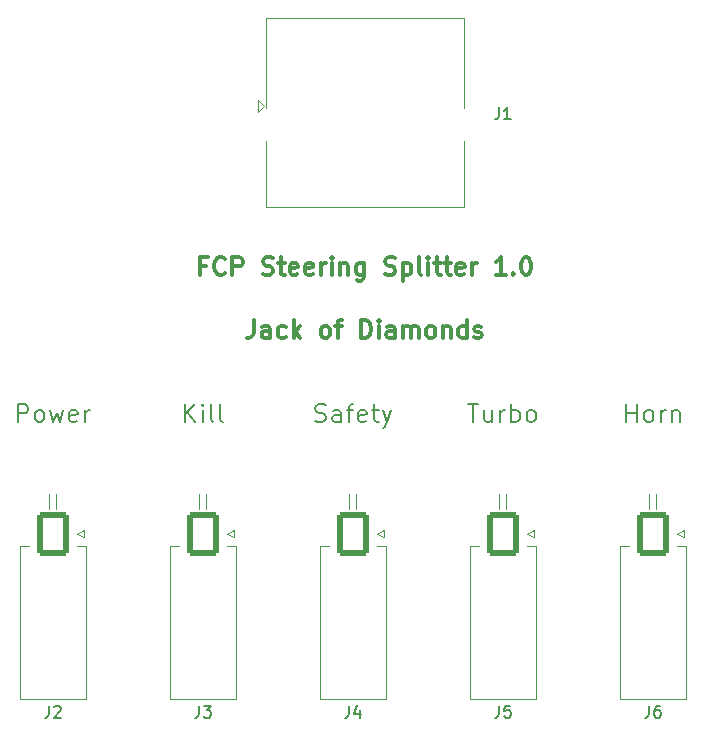
<source format=gto>
%TF.GenerationSoftware,KiCad,Pcbnew,(6.0.8)*%
%TF.CreationDate,2023-04-02T10:00:46-07:00*%
%TF.ProjectId,FCP_steering_splitter,4643505f-7374-4656-9572-696e675f7370,rev?*%
%TF.SameCoordinates,Original*%
%TF.FileFunction,Legend,Top*%
%TF.FilePolarity,Positive*%
%FSLAX46Y46*%
G04 Gerber Fmt 4.6, Leading zero omitted, Abs format (unit mm)*
G04 Created by KiCad (PCBNEW (6.0.8)) date 2023-04-02 10:00:46*
%MOMM*%
%LPD*%
G01*
G04 APERTURE LIST*
G04 Aperture macros list*
%AMRoundRect*
0 Rectangle with rounded corners*
0 $1 Rounding radius*
0 $2 $3 $4 $5 $6 $7 $8 $9 X,Y pos of 4 corners*
0 Add a 4 corners polygon primitive as box body*
4,1,4,$2,$3,$4,$5,$6,$7,$8,$9,$2,$3,0*
0 Add four circle primitives for the rounded corners*
1,1,$1+$1,$2,$3*
1,1,$1+$1,$4,$5*
1,1,$1+$1,$6,$7*
1,1,$1+$1,$8,$9*
0 Add four rect primitives between the rounded corners*
20,1,$1+$1,$2,$3,$4,$5,0*
20,1,$1+$1,$4,$5,$6,$7,0*
20,1,$1+$1,$6,$7,$8,$9,0*
20,1,$1+$1,$8,$9,$2,$3,0*%
G04 Aperture macros list end*
%ADD10C,0.200000*%
%ADD11C,0.300000*%
%ADD12C,0.150000*%
%ADD13C,0.120000*%
%ADD14C,3.000000*%
%ADD15RoundRect,0.250001X1.099999X1.599999X-1.099999X1.599999X-1.099999X-1.599999X1.099999X-1.599999X0*%
%ADD16O,2.700000X3.700000*%
%ADD17C,3.250000*%
%ADD18R,1.500000X1.500000*%
%ADD19C,1.500000*%
%ADD20C,2.300000*%
G04 APERTURE END LIST*
D10*
X121495714Y-66718571D02*
X121495714Y-65218571D01*
X122067142Y-65218571D01*
X122210000Y-65290000D01*
X122281428Y-65361428D01*
X122352857Y-65504285D01*
X122352857Y-65718571D01*
X122281428Y-65861428D01*
X122210000Y-65932857D01*
X122067142Y-66004285D01*
X121495714Y-66004285D01*
X123210000Y-66718571D02*
X123067142Y-66647142D01*
X122995714Y-66575714D01*
X122924285Y-66432857D01*
X122924285Y-66004285D01*
X122995714Y-65861428D01*
X123067142Y-65790000D01*
X123210000Y-65718571D01*
X123424285Y-65718571D01*
X123567142Y-65790000D01*
X123638571Y-65861428D01*
X123710000Y-66004285D01*
X123710000Y-66432857D01*
X123638571Y-66575714D01*
X123567142Y-66647142D01*
X123424285Y-66718571D01*
X123210000Y-66718571D01*
X124210000Y-65718571D02*
X124495714Y-66718571D01*
X124781428Y-66004285D01*
X125067142Y-66718571D01*
X125352857Y-65718571D01*
X126495714Y-66647142D02*
X126352857Y-66718571D01*
X126067142Y-66718571D01*
X125924285Y-66647142D01*
X125852857Y-66504285D01*
X125852857Y-65932857D01*
X125924285Y-65790000D01*
X126067142Y-65718571D01*
X126352857Y-65718571D01*
X126495714Y-65790000D01*
X126567142Y-65932857D01*
X126567142Y-66075714D01*
X125852857Y-66218571D01*
X127210000Y-66718571D02*
X127210000Y-65718571D01*
X127210000Y-66004285D02*
X127281428Y-65861428D01*
X127352857Y-65790000D01*
X127495714Y-65718571D01*
X127638571Y-65718571D01*
X173010000Y-66718571D02*
X173010000Y-65218571D01*
X173010000Y-65932857D02*
X173867142Y-65932857D01*
X173867142Y-66718571D02*
X173867142Y-65218571D01*
X174795714Y-66718571D02*
X174652857Y-66647142D01*
X174581428Y-66575714D01*
X174510000Y-66432857D01*
X174510000Y-66004285D01*
X174581428Y-65861428D01*
X174652857Y-65790000D01*
X174795714Y-65718571D01*
X175010000Y-65718571D01*
X175152857Y-65790000D01*
X175224285Y-65861428D01*
X175295714Y-66004285D01*
X175295714Y-66432857D01*
X175224285Y-66575714D01*
X175152857Y-66647142D01*
X175010000Y-66718571D01*
X174795714Y-66718571D01*
X175938571Y-66718571D02*
X175938571Y-65718571D01*
X175938571Y-66004285D02*
X176010000Y-65861428D01*
X176081428Y-65790000D01*
X176224285Y-65718571D01*
X176367142Y-65718571D01*
X176867142Y-65718571D02*
X176867142Y-66718571D01*
X176867142Y-65861428D02*
X176938571Y-65790000D01*
X177081428Y-65718571D01*
X177295714Y-65718571D01*
X177438571Y-65790000D01*
X177510000Y-65932857D01*
X177510000Y-66718571D01*
X159631428Y-65218571D02*
X160488571Y-65218571D01*
X160060000Y-66718571D02*
X160060000Y-65218571D01*
X161631428Y-65718571D02*
X161631428Y-66718571D01*
X160988571Y-65718571D02*
X160988571Y-66504285D01*
X161060000Y-66647142D01*
X161202857Y-66718571D01*
X161417142Y-66718571D01*
X161560000Y-66647142D01*
X161631428Y-66575714D01*
X162345714Y-66718571D02*
X162345714Y-65718571D01*
X162345714Y-66004285D02*
X162417142Y-65861428D01*
X162488571Y-65790000D01*
X162631428Y-65718571D01*
X162774285Y-65718571D01*
X163274285Y-66718571D02*
X163274285Y-65218571D01*
X163274285Y-65790000D02*
X163417142Y-65718571D01*
X163702857Y-65718571D01*
X163845714Y-65790000D01*
X163917142Y-65861428D01*
X163988571Y-66004285D01*
X163988571Y-66432857D01*
X163917142Y-66575714D01*
X163845714Y-66647142D01*
X163702857Y-66718571D01*
X163417142Y-66718571D01*
X163274285Y-66647142D01*
X164845714Y-66718571D02*
X164702857Y-66647142D01*
X164631428Y-66575714D01*
X164560000Y-66432857D01*
X164560000Y-66004285D01*
X164631428Y-65861428D01*
X164702857Y-65790000D01*
X164845714Y-65718571D01*
X165060000Y-65718571D01*
X165202857Y-65790000D01*
X165274285Y-65861428D01*
X165345714Y-66004285D01*
X165345714Y-66432857D01*
X165274285Y-66575714D01*
X165202857Y-66647142D01*
X165060000Y-66718571D01*
X164845714Y-66718571D01*
X146681428Y-66647142D02*
X146895714Y-66718571D01*
X147252857Y-66718571D01*
X147395714Y-66647142D01*
X147467142Y-66575714D01*
X147538571Y-66432857D01*
X147538571Y-66290000D01*
X147467142Y-66147142D01*
X147395714Y-66075714D01*
X147252857Y-66004285D01*
X146967142Y-65932857D01*
X146824285Y-65861428D01*
X146752857Y-65790000D01*
X146681428Y-65647142D01*
X146681428Y-65504285D01*
X146752857Y-65361428D01*
X146824285Y-65290000D01*
X146967142Y-65218571D01*
X147324285Y-65218571D01*
X147538571Y-65290000D01*
X148824285Y-66718571D02*
X148824285Y-65932857D01*
X148752857Y-65790000D01*
X148610000Y-65718571D01*
X148324285Y-65718571D01*
X148181428Y-65790000D01*
X148824285Y-66647142D02*
X148681428Y-66718571D01*
X148324285Y-66718571D01*
X148181428Y-66647142D01*
X148110000Y-66504285D01*
X148110000Y-66361428D01*
X148181428Y-66218571D01*
X148324285Y-66147142D01*
X148681428Y-66147142D01*
X148824285Y-66075714D01*
X149324285Y-65718571D02*
X149895714Y-65718571D01*
X149538571Y-66718571D02*
X149538571Y-65432857D01*
X149610000Y-65290000D01*
X149752857Y-65218571D01*
X149895714Y-65218571D01*
X150967142Y-66647142D02*
X150824285Y-66718571D01*
X150538571Y-66718571D01*
X150395714Y-66647142D01*
X150324285Y-66504285D01*
X150324285Y-65932857D01*
X150395714Y-65790000D01*
X150538571Y-65718571D01*
X150824285Y-65718571D01*
X150967142Y-65790000D01*
X151038571Y-65932857D01*
X151038571Y-66075714D01*
X150324285Y-66218571D01*
X151467142Y-65718571D02*
X152038571Y-65718571D01*
X151681428Y-65218571D02*
X151681428Y-66504285D01*
X151752857Y-66647142D01*
X151895714Y-66718571D01*
X152038571Y-66718571D01*
X152395714Y-65718571D02*
X152752857Y-66718571D01*
X153110000Y-65718571D02*
X152752857Y-66718571D01*
X152610000Y-67075714D01*
X152538571Y-67147142D01*
X152395714Y-67218571D01*
X135624285Y-66718571D02*
X135624285Y-65218571D01*
X136481428Y-66718571D02*
X135838571Y-65861428D01*
X136481428Y-65218571D02*
X135624285Y-66075714D01*
X137124285Y-66718571D02*
X137124285Y-65718571D01*
X137124285Y-65218571D02*
X137052857Y-65290000D01*
X137124285Y-65361428D01*
X137195714Y-65290000D01*
X137124285Y-65218571D01*
X137124285Y-65361428D01*
X138052857Y-66718571D02*
X137910000Y-66647142D01*
X137838571Y-66504285D01*
X137838571Y-65218571D01*
X138838571Y-66718571D02*
X138695714Y-66647142D01*
X138624285Y-66504285D01*
X138624285Y-65218571D01*
D11*
X137376000Y-53486857D02*
X136876000Y-53486857D01*
X136876000Y-54272571D02*
X136876000Y-52772571D01*
X137590285Y-52772571D01*
X139018857Y-54129714D02*
X138947428Y-54201142D01*
X138733142Y-54272571D01*
X138590285Y-54272571D01*
X138376000Y-54201142D01*
X138233142Y-54058285D01*
X138161714Y-53915428D01*
X138090285Y-53629714D01*
X138090285Y-53415428D01*
X138161714Y-53129714D01*
X138233142Y-52986857D01*
X138376000Y-52844000D01*
X138590285Y-52772571D01*
X138733142Y-52772571D01*
X138947428Y-52844000D01*
X139018857Y-52915428D01*
X139661714Y-54272571D02*
X139661714Y-52772571D01*
X140233142Y-52772571D01*
X140376000Y-52844000D01*
X140447428Y-52915428D01*
X140518857Y-53058285D01*
X140518857Y-53272571D01*
X140447428Y-53415428D01*
X140376000Y-53486857D01*
X140233142Y-53558285D01*
X139661714Y-53558285D01*
X142233142Y-54201142D02*
X142447428Y-54272571D01*
X142804571Y-54272571D01*
X142947428Y-54201142D01*
X143018857Y-54129714D01*
X143090285Y-53986857D01*
X143090285Y-53844000D01*
X143018857Y-53701142D01*
X142947428Y-53629714D01*
X142804571Y-53558285D01*
X142518857Y-53486857D01*
X142376000Y-53415428D01*
X142304571Y-53344000D01*
X142233142Y-53201142D01*
X142233142Y-53058285D01*
X142304571Y-52915428D01*
X142376000Y-52844000D01*
X142518857Y-52772571D01*
X142876000Y-52772571D01*
X143090285Y-52844000D01*
X143518857Y-53272571D02*
X144090285Y-53272571D01*
X143733142Y-52772571D02*
X143733142Y-54058285D01*
X143804571Y-54201142D01*
X143947428Y-54272571D01*
X144090285Y-54272571D01*
X145161714Y-54201142D02*
X145018857Y-54272571D01*
X144733142Y-54272571D01*
X144590285Y-54201142D01*
X144518857Y-54058285D01*
X144518857Y-53486857D01*
X144590285Y-53344000D01*
X144733142Y-53272571D01*
X145018857Y-53272571D01*
X145161714Y-53344000D01*
X145233142Y-53486857D01*
X145233142Y-53629714D01*
X144518857Y-53772571D01*
X146447428Y-54201142D02*
X146304571Y-54272571D01*
X146018857Y-54272571D01*
X145876000Y-54201142D01*
X145804571Y-54058285D01*
X145804571Y-53486857D01*
X145876000Y-53344000D01*
X146018857Y-53272571D01*
X146304571Y-53272571D01*
X146447428Y-53344000D01*
X146518857Y-53486857D01*
X146518857Y-53629714D01*
X145804571Y-53772571D01*
X147161714Y-54272571D02*
X147161714Y-53272571D01*
X147161714Y-53558285D02*
X147233142Y-53415428D01*
X147304571Y-53344000D01*
X147447428Y-53272571D01*
X147590285Y-53272571D01*
X148090285Y-54272571D02*
X148090285Y-53272571D01*
X148090285Y-52772571D02*
X148018857Y-52844000D01*
X148090285Y-52915428D01*
X148161714Y-52844000D01*
X148090285Y-52772571D01*
X148090285Y-52915428D01*
X148804571Y-53272571D02*
X148804571Y-54272571D01*
X148804571Y-53415428D02*
X148876000Y-53344000D01*
X149018857Y-53272571D01*
X149233142Y-53272571D01*
X149376000Y-53344000D01*
X149447428Y-53486857D01*
X149447428Y-54272571D01*
X150804571Y-53272571D02*
X150804571Y-54486857D01*
X150733142Y-54629714D01*
X150661714Y-54701142D01*
X150518857Y-54772571D01*
X150304571Y-54772571D01*
X150161714Y-54701142D01*
X150804571Y-54201142D02*
X150661714Y-54272571D01*
X150376000Y-54272571D01*
X150233142Y-54201142D01*
X150161714Y-54129714D01*
X150090285Y-53986857D01*
X150090285Y-53558285D01*
X150161714Y-53415428D01*
X150233142Y-53344000D01*
X150376000Y-53272571D01*
X150661714Y-53272571D01*
X150804571Y-53344000D01*
X152590285Y-54201142D02*
X152804571Y-54272571D01*
X153161714Y-54272571D01*
X153304571Y-54201142D01*
X153376000Y-54129714D01*
X153447428Y-53986857D01*
X153447428Y-53844000D01*
X153376000Y-53701142D01*
X153304571Y-53629714D01*
X153161714Y-53558285D01*
X152876000Y-53486857D01*
X152733142Y-53415428D01*
X152661714Y-53344000D01*
X152590285Y-53201142D01*
X152590285Y-53058285D01*
X152661714Y-52915428D01*
X152733142Y-52844000D01*
X152876000Y-52772571D01*
X153233142Y-52772571D01*
X153447428Y-52844000D01*
X154090285Y-53272571D02*
X154090285Y-54772571D01*
X154090285Y-53344000D02*
X154233142Y-53272571D01*
X154518857Y-53272571D01*
X154661714Y-53344000D01*
X154733142Y-53415428D01*
X154804571Y-53558285D01*
X154804571Y-53986857D01*
X154733142Y-54129714D01*
X154661714Y-54201142D01*
X154518857Y-54272571D01*
X154233142Y-54272571D01*
X154090285Y-54201142D01*
X155661714Y-54272571D02*
X155518857Y-54201142D01*
X155447428Y-54058285D01*
X155447428Y-52772571D01*
X156233142Y-54272571D02*
X156233142Y-53272571D01*
X156233142Y-52772571D02*
X156161714Y-52844000D01*
X156233142Y-52915428D01*
X156304571Y-52844000D01*
X156233142Y-52772571D01*
X156233142Y-52915428D01*
X156733142Y-53272571D02*
X157304571Y-53272571D01*
X156947428Y-52772571D02*
X156947428Y-54058285D01*
X157018857Y-54201142D01*
X157161714Y-54272571D01*
X157304571Y-54272571D01*
X157590285Y-53272571D02*
X158161714Y-53272571D01*
X157804571Y-52772571D02*
X157804571Y-54058285D01*
X157876000Y-54201142D01*
X158018857Y-54272571D01*
X158161714Y-54272571D01*
X159233142Y-54201142D02*
X159090285Y-54272571D01*
X158804571Y-54272571D01*
X158661714Y-54201142D01*
X158590285Y-54058285D01*
X158590285Y-53486857D01*
X158661714Y-53344000D01*
X158804571Y-53272571D01*
X159090285Y-53272571D01*
X159233142Y-53344000D01*
X159304571Y-53486857D01*
X159304571Y-53629714D01*
X158590285Y-53772571D01*
X159947428Y-54272571D02*
X159947428Y-53272571D01*
X159947428Y-53558285D02*
X160018857Y-53415428D01*
X160090285Y-53344000D01*
X160233142Y-53272571D01*
X160376000Y-53272571D01*
X162804571Y-54272571D02*
X161947428Y-54272571D01*
X162376000Y-54272571D02*
X162376000Y-52772571D01*
X162233142Y-52986857D01*
X162090285Y-53129714D01*
X161947428Y-53201142D01*
X163447428Y-54129714D02*
X163518857Y-54201142D01*
X163447428Y-54272571D01*
X163376000Y-54201142D01*
X163447428Y-54129714D01*
X163447428Y-54272571D01*
X164447428Y-52772571D02*
X164590285Y-52772571D01*
X164733142Y-52844000D01*
X164804571Y-52915428D01*
X164876000Y-53058285D01*
X164947428Y-53344000D01*
X164947428Y-53701142D01*
X164876000Y-53986857D01*
X164804571Y-54129714D01*
X164733142Y-54201142D01*
X164590285Y-54272571D01*
X164447428Y-54272571D01*
X164304571Y-54201142D01*
X164233142Y-54129714D01*
X164161714Y-53986857D01*
X164090285Y-53701142D01*
X164090285Y-53344000D01*
X164161714Y-53058285D01*
X164233142Y-52915428D01*
X164304571Y-52844000D01*
X164447428Y-52772571D01*
X141483142Y-58106571D02*
X141483142Y-59178000D01*
X141411714Y-59392285D01*
X141268857Y-59535142D01*
X141054571Y-59606571D01*
X140911714Y-59606571D01*
X142840285Y-59606571D02*
X142840285Y-58820857D01*
X142768857Y-58678000D01*
X142626000Y-58606571D01*
X142340285Y-58606571D01*
X142197428Y-58678000D01*
X142840285Y-59535142D02*
X142697428Y-59606571D01*
X142340285Y-59606571D01*
X142197428Y-59535142D01*
X142126000Y-59392285D01*
X142126000Y-59249428D01*
X142197428Y-59106571D01*
X142340285Y-59035142D01*
X142697428Y-59035142D01*
X142840285Y-58963714D01*
X144197428Y-59535142D02*
X144054571Y-59606571D01*
X143768857Y-59606571D01*
X143626000Y-59535142D01*
X143554571Y-59463714D01*
X143483142Y-59320857D01*
X143483142Y-58892285D01*
X143554571Y-58749428D01*
X143626000Y-58678000D01*
X143768857Y-58606571D01*
X144054571Y-58606571D01*
X144197428Y-58678000D01*
X144840285Y-59606571D02*
X144840285Y-58106571D01*
X144983142Y-59035142D02*
X145411714Y-59606571D01*
X145411714Y-58606571D02*
X144840285Y-59178000D01*
X147411714Y-59606571D02*
X147268857Y-59535142D01*
X147197428Y-59463714D01*
X147126000Y-59320857D01*
X147126000Y-58892285D01*
X147197428Y-58749428D01*
X147268857Y-58678000D01*
X147411714Y-58606571D01*
X147626000Y-58606571D01*
X147768857Y-58678000D01*
X147840285Y-58749428D01*
X147911714Y-58892285D01*
X147911714Y-59320857D01*
X147840285Y-59463714D01*
X147768857Y-59535142D01*
X147626000Y-59606571D01*
X147411714Y-59606571D01*
X148340285Y-58606571D02*
X148911714Y-58606571D01*
X148554571Y-59606571D02*
X148554571Y-58320857D01*
X148626000Y-58178000D01*
X148768857Y-58106571D01*
X148911714Y-58106571D01*
X150554571Y-59606571D02*
X150554571Y-58106571D01*
X150911714Y-58106571D01*
X151126000Y-58178000D01*
X151268857Y-58320857D01*
X151340285Y-58463714D01*
X151411714Y-58749428D01*
X151411714Y-58963714D01*
X151340285Y-59249428D01*
X151268857Y-59392285D01*
X151126000Y-59535142D01*
X150911714Y-59606571D01*
X150554571Y-59606571D01*
X152054571Y-59606571D02*
X152054571Y-58606571D01*
X152054571Y-58106571D02*
X151983142Y-58178000D01*
X152054571Y-58249428D01*
X152126000Y-58178000D01*
X152054571Y-58106571D01*
X152054571Y-58249428D01*
X153411714Y-59606571D02*
X153411714Y-58820857D01*
X153340285Y-58678000D01*
X153197428Y-58606571D01*
X152911714Y-58606571D01*
X152768857Y-58678000D01*
X153411714Y-59535142D02*
X153268857Y-59606571D01*
X152911714Y-59606571D01*
X152768857Y-59535142D01*
X152697428Y-59392285D01*
X152697428Y-59249428D01*
X152768857Y-59106571D01*
X152911714Y-59035142D01*
X153268857Y-59035142D01*
X153411714Y-58963714D01*
X154126000Y-59606571D02*
X154126000Y-58606571D01*
X154126000Y-58749428D02*
X154197428Y-58678000D01*
X154340285Y-58606571D01*
X154554571Y-58606571D01*
X154697428Y-58678000D01*
X154768857Y-58820857D01*
X154768857Y-59606571D01*
X154768857Y-58820857D02*
X154840285Y-58678000D01*
X154983142Y-58606571D01*
X155197428Y-58606571D01*
X155340285Y-58678000D01*
X155411714Y-58820857D01*
X155411714Y-59606571D01*
X156340285Y-59606571D02*
X156197428Y-59535142D01*
X156126000Y-59463714D01*
X156054571Y-59320857D01*
X156054571Y-58892285D01*
X156126000Y-58749428D01*
X156197428Y-58678000D01*
X156340285Y-58606571D01*
X156554571Y-58606571D01*
X156697428Y-58678000D01*
X156768857Y-58749428D01*
X156840285Y-58892285D01*
X156840285Y-59320857D01*
X156768857Y-59463714D01*
X156697428Y-59535142D01*
X156554571Y-59606571D01*
X156340285Y-59606571D01*
X157483142Y-58606571D02*
X157483142Y-59606571D01*
X157483142Y-58749428D02*
X157554571Y-58678000D01*
X157697428Y-58606571D01*
X157911714Y-58606571D01*
X158054571Y-58678000D01*
X158126000Y-58820857D01*
X158126000Y-59606571D01*
X159483142Y-59606571D02*
X159483142Y-58106571D01*
X159483142Y-59535142D02*
X159340285Y-59606571D01*
X159054571Y-59606571D01*
X158911714Y-59535142D01*
X158840285Y-59463714D01*
X158768857Y-59320857D01*
X158768857Y-58892285D01*
X158840285Y-58749428D01*
X158911714Y-58678000D01*
X159054571Y-58606571D01*
X159340285Y-58606571D01*
X159483142Y-58678000D01*
X160126000Y-59535142D02*
X160268857Y-59606571D01*
X160554571Y-59606571D01*
X160697428Y-59535142D01*
X160768857Y-59392285D01*
X160768857Y-59320857D01*
X160697428Y-59178000D01*
X160554571Y-59106571D01*
X160340285Y-59106571D01*
X160197428Y-59035142D01*
X160126000Y-58892285D01*
X160126000Y-58820857D01*
X160197428Y-58678000D01*
X160340285Y-58606571D01*
X160554571Y-58606571D01*
X160697428Y-58678000D01*
D12*
%TO.C,J5*%
X162226666Y-90752380D02*
X162226666Y-91466666D01*
X162179047Y-91609523D01*
X162083809Y-91704761D01*
X161940952Y-91752380D01*
X161845714Y-91752380D01*
X163179047Y-90752380D02*
X162702857Y-90752380D01*
X162655238Y-91228571D01*
X162702857Y-91180952D01*
X162798095Y-91133333D01*
X163036190Y-91133333D01*
X163131428Y-91180952D01*
X163179047Y-91228571D01*
X163226666Y-91323809D01*
X163226666Y-91561904D01*
X163179047Y-91657142D01*
X163131428Y-91704761D01*
X163036190Y-91752380D01*
X162798095Y-91752380D01*
X162702857Y-91704761D01*
X162655238Y-91657142D01*
%TO.C,J2*%
X124126666Y-90752380D02*
X124126666Y-91466666D01*
X124079047Y-91609523D01*
X123983809Y-91704761D01*
X123840952Y-91752380D01*
X123745714Y-91752380D01*
X124555238Y-90847619D02*
X124602857Y-90800000D01*
X124698095Y-90752380D01*
X124936190Y-90752380D01*
X125031428Y-90800000D01*
X125079047Y-90847619D01*
X125126666Y-90942857D01*
X125126666Y-91038095D01*
X125079047Y-91180952D01*
X124507619Y-91752380D01*
X125126666Y-91752380D01*
%TO.C,J1*%
X162226666Y-40092380D02*
X162226666Y-40806666D01*
X162179047Y-40949523D01*
X162083809Y-41044761D01*
X161940952Y-41092380D01*
X161845714Y-41092380D01*
X163226666Y-41092380D02*
X162655238Y-41092380D01*
X162940952Y-41092380D02*
X162940952Y-40092380D01*
X162845714Y-40235238D01*
X162750476Y-40330476D01*
X162655238Y-40378095D01*
%TO.C,J3*%
X136826666Y-90752380D02*
X136826666Y-91466666D01*
X136779047Y-91609523D01*
X136683809Y-91704761D01*
X136540952Y-91752380D01*
X136445714Y-91752380D01*
X137207619Y-90752380D02*
X137826666Y-90752380D01*
X137493333Y-91133333D01*
X137636190Y-91133333D01*
X137731428Y-91180952D01*
X137779047Y-91228571D01*
X137826666Y-91323809D01*
X137826666Y-91561904D01*
X137779047Y-91657142D01*
X137731428Y-91704761D01*
X137636190Y-91752380D01*
X137350476Y-91752380D01*
X137255238Y-91704761D01*
X137207619Y-91657142D01*
%TO.C,J6*%
X174926666Y-90752380D02*
X174926666Y-91466666D01*
X174879047Y-91609523D01*
X174783809Y-91704761D01*
X174640952Y-91752380D01*
X174545714Y-91752380D01*
X175831428Y-90752380D02*
X175640952Y-90752380D01*
X175545714Y-90800000D01*
X175498095Y-90847619D01*
X175402857Y-90990476D01*
X175355238Y-91180952D01*
X175355238Y-91561904D01*
X175402857Y-91657142D01*
X175450476Y-91704761D01*
X175545714Y-91752380D01*
X175736190Y-91752380D01*
X175831428Y-91704761D01*
X175879047Y-91657142D01*
X175926666Y-91561904D01*
X175926666Y-91323809D01*
X175879047Y-91228571D01*
X175831428Y-91180952D01*
X175736190Y-91133333D01*
X175545714Y-91133333D01*
X175450476Y-91180952D01*
X175402857Y-91228571D01*
X175355238Y-91323809D01*
%TO.C,J4*%
X149526666Y-90752380D02*
X149526666Y-91466666D01*
X149479047Y-91609523D01*
X149383809Y-91704761D01*
X149240952Y-91752380D01*
X149145714Y-91752380D01*
X150431428Y-91085714D02*
X150431428Y-91752380D01*
X150193333Y-90704761D02*
X149955238Y-91419047D01*
X150574285Y-91419047D01*
D13*
%TO.C,J5*%
X160560000Y-77190000D02*
X159750000Y-77190000D01*
X165370000Y-77190000D02*
X165370000Y-90210000D01*
X159750000Y-90210000D02*
X162560000Y-90210000D01*
X165370000Y-90210000D02*
X162560000Y-90210000D01*
X165160000Y-75900000D02*
X165160000Y-76500000D01*
X159750000Y-77190000D02*
X159750000Y-90210000D01*
X162860000Y-74090000D02*
X162860000Y-72810000D01*
X164560000Y-77190000D02*
X165370000Y-77190000D01*
X162260000Y-74090000D02*
X162260000Y-72810000D01*
X164560000Y-76200000D02*
X165160000Y-75900000D01*
X165160000Y-76500000D02*
X164560000Y-76200000D01*
%TO.C,J2*%
X124760000Y-74090000D02*
X124760000Y-72810000D01*
X121650000Y-77190000D02*
X121650000Y-90210000D01*
X126460000Y-77190000D02*
X127270000Y-77190000D01*
X122460000Y-77190000D02*
X121650000Y-77190000D01*
X127060000Y-75900000D02*
X127060000Y-76500000D01*
X121650000Y-90210000D02*
X124460000Y-90210000D01*
X127270000Y-77190000D02*
X127270000Y-90210000D01*
X127270000Y-90210000D02*
X124460000Y-90210000D01*
X126460000Y-76200000D02*
X127060000Y-75900000D01*
X124160000Y-74090000D02*
X124160000Y-72810000D01*
X127060000Y-76500000D02*
X126460000Y-76200000D01*
%TO.C,J1*%
X159245000Y-48500000D02*
X159245000Y-42940000D01*
X141820000Y-39440000D02*
X142320000Y-39940000D01*
X142560000Y-32530000D02*
X159200000Y-32530000D01*
X142320000Y-39940000D02*
X141820000Y-40440000D01*
X142515000Y-32530000D02*
X142515000Y-40140000D01*
X142515000Y-48500000D02*
X142515000Y-42940000D01*
X159245000Y-32530000D02*
X159245000Y-40140000D01*
X141820000Y-40440000D02*
X141820000Y-39440000D01*
X142560000Y-48500000D02*
X159245000Y-48500000D01*
%TO.C,J3*%
X137460000Y-74090000D02*
X137460000Y-72810000D01*
X139160000Y-77190000D02*
X139970000Y-77190000D01*
X139760000Y-75900000D02*
X139760000Y-76500000D01*
X139760000Y-76500000D02*
X139160000Y-76200000D01*
X134350000Y-90210000D02*
X137160000Y-90210000D01*
X139160000Y-76200000D02*
X139760000Y-75900000D01*
X134350000Y-77190000D02*
X134350000Y-90210000D01*
X139970000Y-77190000D02*
X139970000Y-90210000D01*
X139970000Y-90210000D02*
X137160000Y-90210000D01*
X135160000Y-77190000D02*
X134350000Y-77190000D01*
X136860000Y-74090000D02*
X136860000Y-72810000D01*
%TO.C,J6*%
X178070000Y-77190000D02*
X178070000Y-90210000D01*
X177860000Y-75900000D02*
X177860000Y-76500000D01*
X177260000Y-77190000D02*
X178070000Y-77190000D01*
X178070000Y-90210000D02*
X175260000Y-90210000D01*
X172450000Y-77190000D02*
X172450000Y-90210000D01*
X173260000Y-77190000D02*
X172450000Y-77190000D01*
X177260000Y-76200000D02*
X177860000Y-75900000D01*
X172450000Y-90210000D02*
X175260000Y-90210000D01*
X175560000Y-74090000D02*
X175560000Y-72810000D01*
X174960000Y-74090000D02*
X174960000Y-72810000D01*
X177860000Y-76500000D02*
X177260000Y-76200000D01*
%TO.C,J4*%
X152670000Y-90210000D02*
X149860000Y-90210000D01*
X152460000Y-76500000D02*
X151860000Y-76200000D01*
X151860000Y-77190000D02*
X152670000Y-77190000D01*
X147860000Y-77190000D02*
X147050000Y-77190000D01*
X152460000Y-75900000D02*
X152460000Y-76500000D01*
X149560000Y-74090000D02*
X149560000Y-72810000D01*
X150160000Y-74090000D02*
X150160000Y-72810000D01*
X147050000Y-90210000D02*
X149860000Y-90210000D01*
X152670000Y-77190000D02*
X152670000Y-90210000D01*
X151860000Y-76200000D02*
X152460000Y-75900000D01*
X147050000Y-77190000D02*
X147050000Y-90210000D01*
%TD*%
%LPC*%
D14*
%TO.C,J5*%
X162560000Y-83500000D03*
D15*
X162560000Y-76200000D03*
D16*
X162560000Y-70700000D03*
%TD*%
D14*
%TO.C,J2*%
X124460000Y-83500000D03*
D15*
X124460000Y-76200000D03*
D16*
X124460000Y-70700000D03*
%TD*%
D17*
%TO.C,J1*%
X157230000Y-38100000D03*
X144530000Y-38100000D03*
D18*
X147320000Y-40640000D03*
D19*
X148336000Y-42420000D03*
X149352000Y-40640000D03*
X150368000Y-42420000D03*
X151384000Y-40640000D03*
X152400000Y-42420000D03*
X153416000Y-40640000D03*
X154432000Y-42420000D03*
D20*
X142750000Y-41530000D03*
X159010000Y-41530000D03*
%TD*%
D14*
%TO.C,J3*%
X137160000Y-83500000D03*
D15*
X137160000Y-76200000D03*
D16*
X137160000Y-70700000D03*
%TD*%
D14*
%TO.C,J6*%
X175260000Y-83500000D03*
D15*
X175260000Y-76200000D03*
D16*
X175260000Y-70700000D03*
%TD*%
D14*
%TO.C,J4*%
X149860000Y-83500000D03*
D15*
X149860000Y-76200000D03*
D16*
X149860000Y-70700000D03*
%TD*%
M02*

</source>
